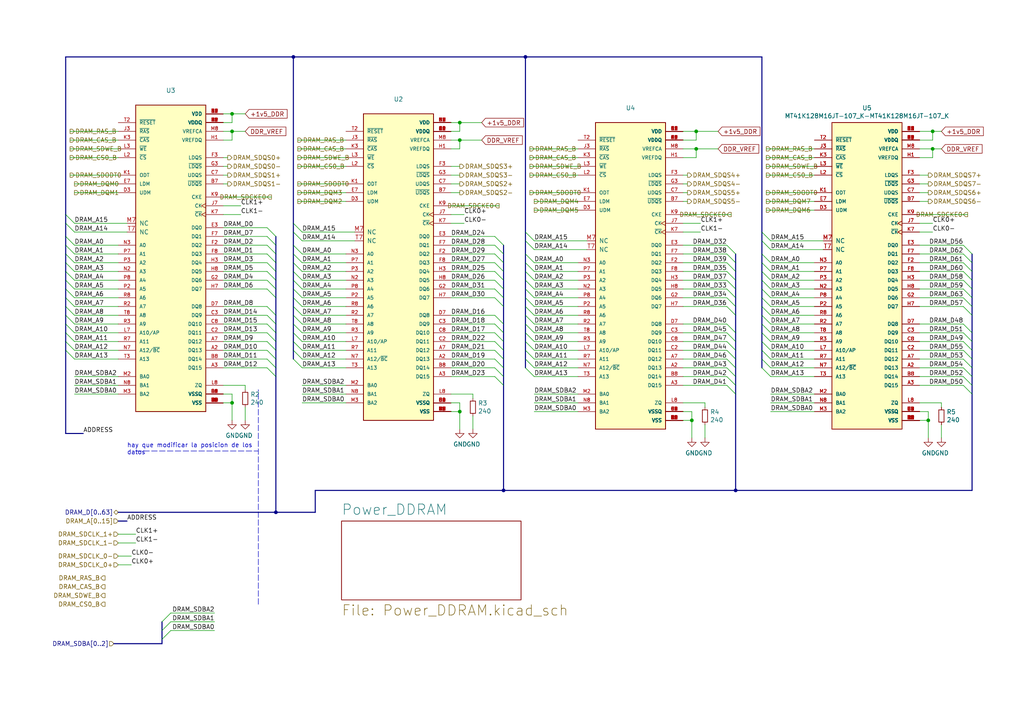
<source format=kicad_sch>
(kicad_sch (version 20211123) (generator eeschema)
  (paper "A4")
  (lib_symbols
    (symbol "IMXDesign-rescue:GND-power" (power) (pin_names (offset 0))
      (property "Value" "GND-power" (at 0 -3.81 0))
      (symbol "GND-power_1_1"
        (pin power_in line (at 0 0 270) (length 0) hide (name "GND") (number "1"))
      )
    )
    (symbol "IMXDesign-rescue:MT41K128M16JT-107_K-MT41K128M16JT-107_K" (pin_names (offset 1.016))
      (property "Reference" "U" (at -10.1854 48.3616 0))
      (property "Value" "MT41K128M16JT-107_K-MT41K128M16JT-107_K" (at -10.1854 -43.2816 0))
      (symbol "MT41K128M16JT-107_K-MT41K128M16JT-107_K_0_0"
        (pin power_in line (at 15.24 43.18 180) (length 5.08) (name "VDDQ") (number "A1"))
        (pin bidirectional line (at 15.24 -22.86 180) (length 5.08) (name "DQ13") (number "A2"))
        (pin bidirectional line (at 15.24 -27.94 180) (length 5.08) (name "DQ15") (number "A3"))
        (pin bidirectional line (at 15.24 -20.32 180) (length 5.08) (name "DQ12") (number "A7"))
        (pin power_in line (at 15.24 43.18 180) (length 5.08) (name "VDDQ") (number "A8"))
        (pin passive line (at 15.24 -38.1 180) (length 5.08) (name "VSS") (number "A9"))
        (pin passive line (at 15.24 -35.56 180) (length 5.08) (name "VSSQ") (number "B1"))
        (pin power_in line (at 15.24 45.72 180) (length 5.08) (name "VDD") (number "B2"))
        (pin passive line (at 15.24 -38.1 180) (length 5.08) (name "VSS") (number "B3"))
        (pin bidirectional line (at 15.24 25.4 180) (length 5.08) (name "~{UDQS}") (number "B7"))
        (pin bidirectional line (at 15.24 -25.4 180) (length 5.08) (name "DQ14") (number "B8"))
        (pin passive line (at 15.24 -35.56 180) (length 5.08) (name "VSSQ") (number "B9"))
        (pin power_in line (at 15.24 43.18 180) (length 5.08) (name "VDDQ") (number "C1"))
        (pin bidirectional line (at 15.24 -17.78 180) (length 5.08) (name "DQ11") (number "C2"))
        (pin bidirectional line (at 15.24 -12.7 180) (length 5.08) (name "DQ9") (number "C3"))
        (pin bidirectional line (at 15.24 27.94 180) (length 5.08) (name "UDQS") (number "C7"))
        (pin bidirectional line (at 15.24 -15.24 180) (length 5.08) (name "DQ10") (number "C8"))
        (pin power_in line (at 15.24 43.18 180) (length 5.08) (name "VDDQ") (number "C9"))
        (pin passive line (at 15.24 -35.56 180) (length 5.08) (name "VSSQ") (number "D1"))
        (pin power_in line (at 15.24 43.18 180) (length 5.08) (name "VDDQ") (number "D2"))
        (pin input line (at -15.24 22.86 0) (length 5.08) (name "UDM") (number "D3"))
        (pin bidirectional line (at 15.24 -10.16 180) (length 5.08) (name "DQ8") (number "D7"))
        (pin passive line (at 15.24 -35.56 180) (length 5.08) (name "VSSQ") (number "D8"))
        (pin power_in line (at 15.24 45.72 180) (length 5.08) hide (name "VDD") (number "D9"))
        (pin passive line (at 15.24 -38.1 180) (length 5.08) (name "VSS") (number "E1"))
        (pin passive line (at 15.24 -35.56 180) (length 5.08) (name "VSSQ") (number "E2"))
        (pin bidirectional line (at 15.24 12.7 180) (length 5.08) (name "DQ0") (number "E3"))
        (pin input line (at -15.24 25.4 0) (length 5.08) (name "LDM") (number "E7"))
        (pin passive line (at 15.24 -35.56 180) (length 5.08) (name "VSSQ") (number "E8"))
        (pin power_in line (at 15.24 43.18 180) (length 5.08) (name "VDDQ") (number "E9"))
        (pin power_in line (at 15.24 43.18 180) (length 5.08) (name "VDDQ") (number "F1"))
        (pin bidirectional line (at 15.24 7.62 180) (length 5.08) (name "DQ2") (number "F2"))
        (pin bidirectional line (at 15.24 33.02 180) (length 5.08) (name "LDQS") (number "F3"))
        (pin bidirectional line (at 15.24 10.16 180) (length 5.08) (name "DQ1") (number "F7"))
        (pin bidirectional line (at 15.24 5.08 180) (length 5.08) (name "DQ3") (number "F8"))
        (pin passive line (at 15.24 -35.56 180) (length 5.08) (name "VSSQ") (number "F9"))
        (pin passive line (at 15.24 -35.56 180) (length 5.08) (name "VSSQ") (number "G1"))
        (pin bidirectional line (at 15.24 -2.54 180) (length 5.08) (name "DQ6") (number "G2"))
        (pin bidirectional line (at 15.24 30.48 180) (length 5.08) (name "~{LDQS}") (number "G3"))
        (pin power_in line (at 15.24 45.72 180) (length 5.08) (name "VDD") (number "G7"))
        (pin passive line (at 15.24 -38.1 180) (length 5.08) (name "VSS") (number "G8"))
        (pin passive line (at 15.24 -35.56 180) (length 5.08) (name "VSSQ") (number "G9"))
        (pin power_in line (at 15.24 38.1 180) (length 5.08) (name "VREFDQ") (number "H1"))
        (pin power_in line (at 15.24 43.18 180) (length 5.08) (name "VDDQ") (number "H2"))
        (pin bidirectional line (at 15.24 2.54 180) (length 5.08) (name "DQ4") (number "H3"))
        (pin bidirectional line (at 15.24 -5.08 180) (length 5.08) (name "DQ7") (number "H7"))
        (pin bidirectional line (at 15.24 0 180) (length 5.08) (name "DQ5") (number "H8"))
        (pin power_in line (at 15.24 43.18 180) (length 5.08) (name "VDDQ") (number "H9"))
        (pin passive line (at 15.24 -38.1 180) (length 5.08) (name "VSS") (number "J2"))
        (pin input line (at -15.24 40.64 0) (length 5.08) (name "~{RAS}") (number "J3"))
        (pin input clock (at 15.24 19.05 180) (length 5.08) (name "CK") (number "J7"))
        (pin passive line (at 15.24 -38.1 180) (length 5.08) (name "VSS") (number "J8"))
        (pin input line (at -15.24 27.94 0) (length 5.08) (name "ODT") (number "K1"))
        (pin power_in line (at 15.24 45.72 180) (length 5.08) (name "VDD") (number "K2"))
        (pin input line (at -15.24 38.1 0) (length 5.08) (name "~{CAS}") (number "K3"))
        (pin input clock (at 15.24 16.51 180) (length 5.08) (name "~{CK}") (number "K7"))
        (pin power_in line (at 15.24 45.72 180) (length 5.08) (name "VDD") (number "K8"))
        (pin input line (at 15.24 21.59 180) (length 5.08) (name "CKE") (number "K9"))
        (pin input line (at -15.24 33.02 0) (length 5.08) (name "~{CS}") (number "L2"))
        (pin input line (at -15.24 35.56 0) (length 5.08) (name "~{WE}") (number "L3"))
        (pin input line (at -15.24 -17.78 0) (length 5.08) (name "A10/AP") (number "L7"))
        (pin passive line (at 15.24 -33.02 180) (length 5.08) (name "ZQ") (number "L8"))
        (pin passive line (at 15.24 -38.1 180) (length 5.08) (name "VSS") (number "M1"))
        (pin input line (at -15.24 -30.48 0) (length 5.08) (name "BA0") (number "M2"))
        (pin input line (at -15.24 -35.56 0) (length 5.08) (name "BA2") (number "M3"))
        (pin power_in line (at 15.24 40.64 180) (length 5.08) (name "VREFCA") (number "M8"))
        (pin passive line (at 15.24 -38.1 180) (length 5.08) (name "VSS") (number "M9"))
        (pin power_in line (at 15.24 45.72 180) (length 5.08) (name "VDD") (number "N1"))
        (pin input line (at -15.24 0 0) (length 5.08) (name "A3") (number "N2"))
        (pin input line (at -15.24 7.62 0) (length 5.08) (name "A0") (number "N3"))
        (pin input line (at -15.24 -22.86 0) (length 5.08) (name "A12/~{BC}") (number "N7"))
        (pin input line (at -15.24 -33.02 0) (length 5.08) (name "BA1") (number "N8"))
        (pin power_in line (at 15.24 45.72 180) (length 5.08) (name "VDD") (number "N9"))
        (pin passive line (at 15.24 -38.1 180) (length 5.08) (name "VSS") (number "P1"))
        (pin input line (at -15.24 -5.08 0) (length 5.08) (name "A5") (number "P2"))
        (pin input line (at -15.24 2.54 0) (length 5.08) (name "A2") (number "P3"))
        (pin input line (at -15.24 5.08 0) (length 5.08) (name "A1") (number "P7"))
        (pin input line (at -15.24 -2.54 0) (length 5.08) (name "A4") (number "P8"))
        (pin passive line (at 15.24 -38.1 180) (length 5.08) (name "VSS") (number "P9"))
        (pin power_in line (at 15.24 45.72 180) (length 5.08) (name "VDD") (number "R1"))
        (pin input line (at -15.24 -10.16 0) (length 5.08) (name "A7") (number "R2"))
        (pin input line (at -15.24 -15.24 0) (length 5.08) (name "A9") (number "R3"))
        (pin input line (at -15.24 -20.32 0) (length 5.08) (name "A11") (number "R7"))
        (pin input line (at -15.24 -7.62 0) (length 5.08) (name "A6") (number "R8"))
        (pin power_in line (at 15.24 45.72 180) (length 5.08) (name "VDD") (number "R9"))
        (pin passive line (at 15.24 -38.1 180) (length 5.08) (name "VSS") (number "T1"))
        (pin input line (at -15.24 43.18 0) (length 5.08) (name "~{RESET}") (number "T2"))
        (pin input line (at -15.24 -25.4 0) (length 5.08) (name "A13") (number "T3"))
        (pin input line (at -15.24 -12.7 0) (length 5.08) (name "A8") (number "T8"))
        (pin passive line (at 15.24 -38.1 180) (length 5.08) (name "VSS") (number "T9"))
      )
      (symbol "MT41K128M16JT-107_K-MT41K128M16JT-107_K_1_1"
        (pin input line (at -12.7 13.97 0) (length 2.54) (name "NC") (number "M7"))
        (pin input line (at -12.7 11.43 0) (length 2.54) (name "NC") (number "T7"))
      )
    )
    (symbol "IMXDesign-rescue:R_Small-Device" (pin_numbers hide) (pin_names (offset 0.254) hide)
      (property "Reference" "R" (at 0.762 0.508 0))
      (property "Value" "R_Small-Device" (at 0.762 -1.016 0))
      (symbol "R_Small-Device_1_1"
        (pin passive line (at 0 2.54 270) (length 0.762) (name "~") (number "1"))
        (pin passive line (at 0 -2.54 90) (length 0.762) (name "~") (number "2"))
      )
    )
  )
  (junction (at 80.01 148.59))
  (junction (at 67.31 33.02))
  (junction (at 270.51 43.18))
  (junction (at 201.93 38.1))
  (junction (at 213.36 142.24))
  (junction (at 201.93 43.18))
  (junction (at 152.4 16.51))
  (junction (at 200.66 121.92))
  (junction (at 67.31 38.1))
  (junction (at 269.24 121.92))
  (junction (at 133.35 35.56))
  (junction (at 133.35 40.64))
  (junction (at 133.35 119.38))
  (junction (at 270.51 38.1))
  (junction (at 85.09 16.51))
  (junction (at 67.31 116.84))
  (junction (at 146.05 142.24))
  (bus_entry (at 210.82 83.82) (size 2.54 2.54))
  (bus_entry (at 21.59 96.52) (size -2.54 -2.54))
  (bus_entry (at 21.59 81.28) (size -2.54 -2.54))
  (bus_entry (at 210.82 81.28) (size 2.54 2.54))
  (bus_entry (at 279.4 78.74) (size 2.54 2.54))
  (bus_entry (at 143.51 101.6) (size 2.54 2.54))
  (bus_entry (at 223.52 109.22) (size -2.54 -2.54))
  (bus_entry (at 154.94 93.98) (size -2.54 -2.54))
  (bus_entry (at 87.63 73.66) (size -2.54 -2.54))
  (bus_entry (at 143.51 78.74) (size 2.54 2.54))
  (bus_entry (at 77.47 88.9) (size 2.54 2.54))
  (bus_entry (at 87.63 91.44) (size -2.54 -2.54))
  (bus_entry (at 279.4 104.14) (size 2.54 2.54))
  (bus_entry (at 77.47 68.58) (size 2.54 2.54))
  (bus_entry (at 49.53 180.34) (size -2.54 2.54))
  (bus_entry (at 77.47 93.98) (size 2.54 2.54))
  (bus_entry (at 77.47 66.04) (size 2.54 2.54))
  (bus_entry (at 154.94 81.28) (size -2.54 -2.54))
  (bus_entry (at 279.4 96.52) (size 2.54 2.54))
  (bus_entry (at 143.51 81.28) (size 2.54 2.54))
  (bus_entry (at 223.52 104.14) (size -2.54 -2.54))
  (bus_entry (at 87.63 101.6) (size -2.54 -2.54))
  (bus_entry (at 223.52 106.68) (size -2.54 -2.54))
  (bus_entry (at 279.4 71.12) (size 2.54 2.54))
  (bus_entry (at 210.82 78.74) (size 2.54 2.54))
  (bus_entry (at 77.47 83.82) (size 2.54 2.54))
  (bus_entry (at 49.53 177.8) (size -2.54 2.54))
  (bus_entry (at 21.59 99.06) (size -2.54 -2.54))
  (bus_entry (at 154.94 96.52) (size -2.54 -2.54))
  (bus_entry (at 223.52 101.6) (size -2.54 -2.54))
  (bus_entry (at 210.82 73.66) (size 2.54 2.54))
  (bus_entry (at 279.4 88.9) (size 2.54 2.54))
  (bus_entry (at 21.59 71.12) (size -2.54 -2.54))
  (bus_entry (at 143.51 86.36) (size 2.54 2.54))
  (bus_entry (at 154.94 88.9) (size -2.54 -2.54))
  (bus_entry (at 143.51 73.66) (size 2.54 2.54))
  (bus_entry (at 154.94 78.74) (size -2.54 -2.54))
  (bus_entry (at 87.63 99.06) (size -2.54 -2.54))
  (bus_entry (at 87.63 76.2) (size -2.54 -2.54))
  (bus_entry (at 49.53 182.88) (size -2.54 2.54))
  (bus_entry (at 87.63 69.85) (size -2.54 -2.54))
  (bus_entry (at 143.51 104.14) (size 2.54 2.54))
  (bus_entry (at 279.4 86.36) (size 2.54 2.54))
  (bus_entry (at 21.59 93.98) (size -2.54 -2.54))
  (bus_entry (at 77.47 76.2) (size 2.54 2.54))
  (bus_entry (at 21.59 91.44) (size -2.54 -2.54))
  (bus_entry (at 21.59 73.66) (size -2.54 -2.54))
  (bus_entry (at 279.4 76.2) (size 2.54 2.54))
  (bus_entry (at 87.63 93.98) (size -2.54 -2.54))
  (bus_entry (at 77.47 91.44) (size 2.54 2.54))
  (bus_entry (at 143.51 109.22) (size 2.54 2.54))
  (bus_entry (at 87.63 88.9) (size -2.54 -2.54))
  (bus_entry (at 223.52 96.52) (size -2.54 -2.54))
  (bus_entry (at 154.94 101.6) (size -2.54 -2.54))
  (bus_entry (at 143.51 93.98) (size 2.54 2.54))
  (bus_entry (at 223.52 91.44) (size -2.54 -2.54))
  (bus_entry (at 77.47 96.52) (size 2.54 2.54))
  (bus_entry (at 143.51 91.44) (size 2.54 2.54))
  (bus_entry (at 87.63 104.14) (size -2.54 -2.54))
  (bus_entry (at 210.82 88.9) (size 2.54 2.54))
  (bus_entry (at 143.51 96.52) (size 2.54 2.54))
  (bus_entry (at 143.51 68.58) (size 2.54 2.54))
  (bus_entry (at 223.52 93.98) (size -2.54 -2.54))
  (bus_entry (at 223.52 72.39) (size -2.54 -2.54))
  (bus_entry (at 21.59 104.14) (size -2.54 -2.54))
  (bus_entry (at 210.82 106.68) (size 2.54 2.54))
  (bus_entry (at 21.59 88.9) (size -2.54 -2.54))
  (bus_entry (at 210.82 104.14) (size 2.54 2.54))
  (bus_entry (at 210.82 71.12) (size 2.54 2.54))
  (bus_entry (at 210.82 96.52) (size 2.54 2.54))
  (bus_entry (at 279.4 101.6) (size 2.54 2.54))
  (bus_entry (at 154.94 99.06) (size -2.54 -2.54))
  (bus_entry (at 154.94 69.85) (size -2.54 -2.54))
  (bus_entry (at 143.51 106.68) (size 2.54 2.54))
  (bus_entry (at 154.94 72.39) (size -2.54 -2.54))
  (bus_entry (at 210.82 109.22) (size 2.54 2.54))
  (bus_entry (at 77.47 99.06) (size 2.54 2.54))
  (bus_entry (at 143.51 76.2) (size 2.54 2.54))
  (bus_entry (at 279.4 109.22) (size 2.54 2.54))
  (bus_entry (at 223.52 78.74) (size -2.54 -2.54))
  (bus_entry (at 77.47 73.66) (size 2.54 2.54))
  (bus_entry (at 154.94 76.2) (size -2.54 -2.54))
  (bus_entry (at 279.4 73.66) (size 2.54 2.54))
  (bus_entry (at 87.63 106.68) (size -2.54 -2.54))
  (bus_entry (at 77.47 81.28) (size 2.54 2.54))
  (bus_entry (at 223.52 81.28) (size -2.54 -2.54))
  (bus_entry (at 143.51 71.12) (size 2.54 2.54))
  (bus_entry (at 87.63 86.36) (size -2.54 -2.54))
  (bus_entry (at 210.82 99.06) (size 2.54 2.54))
  (bus_entry (at 223.52 83.82) (size -2.54 -2.54))
  (bus_entry (at 279.4 111.76) (size 2.54 2.54))
  (bus_entry (at 223.52 69.85) (size -2.54 -2.54))
  (bus_entry (at 154.94 104.14) (size -2.54 -2.54))
  (bus_entry (at 154.94 106.68) (size -2.54 -2.54))
  (bus_entry (at 87.63 67.31) (size -2.54 -2.54))
  (bus_entry (at 279.4 81.28) (size 2.54 2.54))
  (bus_entry (at 87.63 78.74) (size -2.54 -2.54))
  (bus_entry (at 77.47 101.6) (size 2.54 2.54))
  (bus_entry (at 223.52 76.2) (size -2.54 -2.54))
  (bus_entry (at 210.82 93.98) (size 2.54 2.54))
  (bus_entry (at 77.47 71.12) (size 2.54 2.54))
  (bus_entry (at 21.59 78.74) (size -2.54 -2.54))
  (bus_entry (at 87.63 81.28) (size -2.54 -2.54))
  (bus_entry (at 279.4 93.98) (size 2.54 2.54))
  (bus_entry (at 21.59 86.36) (size -2.54 -2.54))
  (bus_entry (at 223.52 86.36) (size -2.54 -2.54))
  (bus_entry (at 210.82 76.2) (size 2.54 2.54))
  (bus_entry (at 223.52 99.06) (size -2.54 -2.54))
  (bus_entry (at 279.4 83.82) (size 2.54 2.54))
  (bus_entry (at 21.59 64.77) (size -2.54 -2.54))
  (bus_entry (at 154.94 109.22) (size -2.54 -2.54))
  (bus_entry (at 21.59 67.31) (size -2.54 -2.54))
  (bus_entry (at 143.51 83.82) (size 2.54 2.54))
  (bus_entry (at 210.82 101.6) (size 2.54 2.54))
  (bus_entry (at 87.63 96.52) (size -2.54 -2.54))
  (bus_entry (at 210.82 86.36) (size 2.54 2.54))
  (bus_entry (at 21.59 101.6) (size -2.54 -2.54))
  (bus_entry (at 87.63 83.82) (size -2.54 -2.54))
  (bus_entry (at 154.94 86.36) (size -2.54 -2.54))
  (bus_entry (at 223.52 88.9) (size -2.54 -2.54))
  (bus_entry (at 77.47 78.74) (size 2.54 2.54))
  (bus_entry (at 77.47 104.14) (size 2.54 2.54))
  (bus_entry (at 154.94 91.44) (size -2.54 -2.54))
  (bus_entry (at 77.47 106.68) (size 2.54 2.54))
  (bus_entry (at 21.59 76.2) (size -2.54 -2.54))
  (bus_entry (at 210.82 111.76) (size 2.54 2.54))
  (bus_entry (at 21.59 83.82) (size -2.54 -2.54))
  (bus_entry (at 143.51 99.06) (size 2.54 2.54))
  (bus_entry (at 154.94 83.82) (size -2.54 -2.54))
  (bus_entry (at 279.4 99.06) (size 2.54 2.54))
  (bus_entry (at 279.4 106.68) (size 2.54 2.54))
  (bus (pts (xy 85.09 67.31) (xy 85.09 71.12)))
  (wire (pts (xy 64.77 38.1) (xy 67.31 38.1)))
  (wire (pts (xy 87.63 69.85) (xy 102.87 69.85)))
  (bus (pts (xy 146.05 73.66) (xy 146.05 76.2)))
  (wire (pts (xy 66.04 53.34) (xy 64.77 53.34)))
  (wire (pts (xy 130.81 64.77) (xy 134.62 64.77)))
  (wire (pts (xy 143.51 109.22) (xy 130.81 109.22)))
  (wire (pts (xy 143.51 86.36) (xy 130.81 86.36)))
  (wire (pts (xy 236.22 83.82) (xy 223.52 83.82)))
  (wire (pts (xy 21.59 67.31) (xy 36.83 67.31)))
  (wire (pts (xy 20.32 50.8) (xy 34.29 50.8)))
  (bus (pts (xy 213.36 81.28) (xy 213.36 83.82)))
  (wire (pts (xy 34.29 157.48) (xy 39.37 157.48)))
  (bus (pts (xy 46.99 186.69) (xy 33.02 186.69)))
  (wire (pts (xy 34.29 83.82) (xy 21.59 83.82)))
  (bus (pts (xy 80.01 71.12) (xy 80.01 73.66)))
  (wire (pts (xy 167.64 109.22) (xy 154.94 109.22)))
  (bus (pts (xy 146.05 71.12) (xy 146.05 73.66)))
  (wire (pts (xy 133.35 40.64) (xy 133.35 43.18)))
  (wire (pts (xy 167.64 58.42) (xy 154.94 58.42)))
  (bus (pts (xy 85.09 86.36) (xy 85.09 88.9)))
  (wire (pts (xy 270.51 38.1) (xy 270.51 40.64)))
  (wire (pts (xy 198.12 81.28) (xy 210.82 81.28)))
  (wire (pts (xy 269.24 53.34) (xy 266.7 53.34)))
  (bus (pts (xy 213.36 111.76) (xy 213.36 114.3)))
  (bus (pts (xy 146.05 86.36) (xy 146.05 88.9)))
  (bus (pts (xy 152.4 91.44) (xy 152.4 93.98)))
  (bus (pts (xy 146.05 99.06) (xy 146.05 101.6)))
  (wire (pts (xy 198.12 71.12) (xy 210.82 71.12)))
  (bus (pts (xy 19.05 16.51) (xy 19.05 62.23)))
  (wire (pts (xy 143.51 104.14) (xy 130.81 104.14)))
  (bus (pts (xy 152.4 16.51) (xy 152.4 67.31)))
  (bus (pts (xy 80.01 148.59) (xy 91.44 148.59)))
  (wire (pts (xy 100.33 88.9) (xy 87.63 88.9)))
  (wire (pts (xy 67.31 116.84) (xy 67.31 114.3)))
  (wire (pts (xy 100.33 101.6) (xy 87.63 101.6)))
  (wire (pts (xy 198.12 73.66) (xy 210.82 73.66)))
  (wire (pts (xy 273.05 116.84) (xy 273.05 118.11)))
  (wire (pts (xy 100.33 114.3) (xy 87.63 114.3)))
  (wire (pts (xy 201.93 38.1) (xy 201.93 40.64)))
  (wire (pts (xy 266.7 71.12) (xy 279.4 71.12)))
  (wire (pts (xy 266.7 106.68) (xy 279.4 106.68)))
  (wire (pts (xy 86.36 43.18) (xy 100.33 43.18)))
  (bus (pts (xy 220.98 73.66) (xy 220.98 76.2)))
  (bus (pts (xy 213.36 96.52) (xy 213.36 99.06)))
  (bus (pts (xy 213.36 83.82) (xy 213.36 86.36)))
  (polyline (pts (xy 39.37 130.81) (xy 74.93 130.81)))
  (wire (pts (xy 143.51 76.2) (xy 130.81 76.2)))
  (bus (pts (xy 213.36 104.14) (xy 213.36 106.68)))
  (bus (pts (xy 152.4 73.66) (xy 152.4 76.2)))
  (wire (pts (xy 133.35 119.38) (xy 133.35 116.84)))
  (bus (pts (xy 220.98 96.52) (xy 220.98 99.06)))
  (bus (pts (xy 146.05 109.22) (xy 146.05 111.76)))
  (wire (pts (xy 100.33 81.28) (xy 87.63 81.28)))
  (bus (pts (xy 146.05 104.14) (xy 146.05 106.68)))
  (wire (pts (xy 77.47 106.68) (xy 64.77 106.68)))
  (wire (pts (xy 71.12 118.11) (xy 71.12 121.92)))
  (wire (pts (xy 100.33 76.2) (xy 87.63 76.2)))
  (bus (pts (xy 34.29 151.13) (xy 36.83 151.13)))
  (bus (pts (xy 281.94 88.9) (xy 281.94 91.44)))
  (wire (pts (xy 266.7 81.28) (xy 279.4 81.28)))
  (wire (pts (xy 77.47 88.9) (xy 64.77 88.9)))
  (bus (pts (xy 19.05 93.98) (xy 19.05 96.52)))
  (bus (pts (xy 220.98 16.51) (xy 220.98 67.31)))
  (wire (pts (xy 236.22 104.14) (xy 223.52 104.14)))
  (bus (pts (xy 19.05 96.52) (xy 19.05 99.06)))
  (wire (pts (xy 133.35 116.84) (xy 130.81 116.84)))
  (wire (pts (xy 266.7 50.8) (xy 269.24 50.8)))
  (wire (pts (xy 130.81 35.56) (xy 133.35 35.56)))
  (bus (pts (xy 213.36 86.36) (xy 213.36 88.9)))
  (wire (pts (xy 133.35 43.18) (xy 130.81 43.18)))
  (wire (pts (xy 20.32 40.64) (xy 34.29 40.64)))
  (wire (pts (xy 167.64 78.74) (xy 154.94 78.74)))
  (bus (pts (xy 281.94 99.06) (xy 281.94 101.6)))
  (bus (pts (xy 19.05 88.9) (xy 19.05 91.44)))
  (wire (pts (xy 153.67 48.26) (xy 167.64 48.26)))
  (wire (pts (xy 236.22 93.98) (xy 223.52 93.98)))
  (bus (pts (xy 152.4 93.98) (xy 152.4 96.52)))
  (bus (pts (xy 146.05 142.24) (xy 213.36 142.24)))
  (bus (pts (xy 85.09 73.66) (xy 85.09 76.2)))
  (wire (pts (xy 64.77 50.8) (xy 66.04 50.8)))
  (wire (pts (xy 21.59 53.34) (xy 34.29 53.34)))
  (wire (pts (xy 167.64 91.44) (xy 154.94 91.44)))
  (wire (pts (xy 64.77 48.26) (xy 66.04 48.26)))
  (wire (pts (xy 34.29 101.6) (xy 21.59 101.6)))
  (wire (pts (xy 67.31 35.56) (xy 64.77 35.56)))
  (wire (pts (xy 266.7 109.22) (xy 279.4 109.22)))
  (wire (pts (xy 143.51 73.66) (xy 130.81 73.66)))
  (wire (pts (xy 200.66 119.38) (xy 198.12 119.38)))
  (bus (pts (xy 85.09 71.12) (xy 85.09 73.66)))
  (wire (pts (xy 34.29 163.83) (xy 38.1 163.83)))
  (wire (pts (xy 270.51 45.72) (xy 266.7 45.72)))
  (bus (pts (xy 85.09 16.51) (xy 152.4 16.51)))
  (bus (pts (xy 213.36 109.22) (xy 213.36 111.76)))
  (wire (pts (xy 86.36 53.34) (xy 100.33 53.34)))
  (wire (pts (xy 266.7 116.84) (xy 273.05 116.84)))
  (bus (pts (xy 19.05 101.6) (xy 19.05 125.73)))
  (bus (pts (xy 85.09 88.9) (xy 85.09 91.44)))
  (bus (pts (xy 152.4 67.31) (xy 152.4 69.85)))
  (wire (pts (xy 167.64 106.68) (xy 154.94 106.68)))
  (bus (pts (xy 146.05 111.76) (xy 146.05 142.24)))
  (wire (pts (xy 143.51 68.58) (xy 130.81 68.58)))
  (wire (pts (xy 133.35 119.38) (xy 133.35 124.46)))
  (wire (pts (xy 167.64 99.06) (xy 154.94 99.06)))
  (wire (pts (xy 34.29 88.9) (xy 21.59 88.9)))
  (wire (pts (xy 167.64 93.98) (xy 154.94 93.98)))
  (bus (pts (xy 19.05 68.58) (xy 19.05 71.12)))
  (wire (pts (xy 154.94 72.39) (xy 170.18 72.39)))
  (wire (pts (xy 201.93 45.72) (xy 198.12 45.72)))
  (wire (pts (xy 204.47 123.19) (xy 204.47 127)))
  (bus (pts (xy 80.01 81.28) (xy 80.01 83.82)))
  (bus (pts (xy 19.05 76.2) (xy 19.05 78.74)))
  (wire (pts (xy 34.29 86.36) (xy 21.59 86.36)))
  (bus (pts (xy 220.98 69.85) (xy 220.98 73.66)))
  (wire (pts (xy 199.39 58.42) (xy 198.12 58.42)))
  (bus (pts (xy 152.4 104.14) (xy 152.4 106.68)))
  (bus (pts (xy 281.94 83.82) (xy 281.94 86.36)))
  (wire (pts (xy 269.24 58.42) (xy 266.7 58.42)))
  (bus (pts (xy 281.94 86.36) (xy 281.94 88.9)))
  (bus (pts (xy 220.98 86.36) (xy 220.98 88.9)))
  (wire (pts (xy 236.22 101.6) (xy 223.52 101.6)))
  (polyline (pts (xy 74.93 175.26) (xy 74.93 113.03)))
  (wire (pts (xy 236.22 106.68) (xy 223.52 106.68)))
  (bus (pts (xy 85.09 64.77) (xy 85.09 67.31)))
  (wire (pts (xy 167.64 76.2) (xy 154.94 76.2)))
  (bus (pts (xy 220.98 83.82) (xy 220.98 86.36)))
  (wire (pts (xy 236.22 78.74) (xy 223.52 78.74)))
  (wire (pts (xy 273.05 43.18) (xy 270.51 43.18)))
  (bus (pts (xy 220.98 81.28) (xy 220.98 83.82)))
  (bus (pts (xy 19.05 16.51) (xy 85.09 16.51)))
  (wire (pts (xy 266.7 67.31) (xy 270.51 67.31)))
  (bus (pts (xy 213.36 76.2) (xy 213.36 78.74)))
  (bus (pts (xy 220.98 99.06) (xy 220.98 101.6)))
  (bus (pts (xy 281.94 114.3) (xy 281.94 142.24)))
  (wire (pts (xy 137.16 120.65) (xy 137.16 124.46)))
  (bus (pts (xy 220.98 88.9) (xy 220.98 91.44)))
  (wire (pts (xy 167.64 88.9) (xy 154.94 88.9)))
  (bus (pts (xy 213.36 114.3) (xy 213.36 142.24)))
  (wire (pts (xy 67.31 38.1) (xy 67.31 40.64)))
  (bus (pts (xy 80.01 106.68) (xy 80.01 109.22)))
  (bus (pts (xy 91.44 142.24) (xy 146.05 142.24)))
  (wire (pts (xy 100.33 111.76) (xy 87.63 111.76)))
  (wire (pts (xy 77.47 99.06) (xy 64.77 99.06)))
  (wire (pts (xy 198.12 109.22) (xy 210.82 109.22)))
  (wire (pts (xy 236.22 88.9) (xy 223.52 88.9)))
  (wire (pts (xy 280.67 62.23) (xy 266.7 62.23)))
  (wire (pts (xy 236.22 91.44) (xy 223.52 91.44)))
  (wire (pts (xy 167.64 101.6) (xy 154.94 101.6)))
  (wire (pts (xy 71.12 111.76) (xy 71.12 113.03)))
  (wire (pts (xy 266.7 93.98) (xy 279.4 93.98)))
  (wire (pts (xy 198.12 96.52) (xy 210.82 96.52)))
  (wire (pts (xy 143.51 99.06) (xy 130.81 99.06)))
  (bus (pts (xy 152.4 96.52) (xy 152.4 99.06)))
  (bus (pts (xy 152.4 101.6) (xy 152.4 104.14)))
  (bus (pts (xy 80.01 96.52) (xy 80.01 99.06)))
  (wire (pts (xy 67.31 114.3) (xy 64.77 114.3)))
  (wire (pts (xy 100.33 91.44) (xy 87.63 91.44)))
  (wire (pts (xy 266.7 101.6) (xy 279.4 101.6)))
  (wire (pts (xy 133.35 40.64) (xy 139.7 40.64)))
  (wire (pts (xy 270.51 43.18) (xy 270.51 45.72)))
  (wire (pts (xy 198.12 121.92) (xy 200.66 121.92)))
  (bus (pts (xy 281.94 73.66) (xy 281.94 76.2)))
  (wire (pts (xy 236.22 119.38) (xy 223.52 119.38)))
  (bus (pts (xy 281.94 96.52) (xy 281.94 99.06)))
  (wire (pts (xy 77.47 73.66) (xy 64.77 73.66)))
  (wire (pts (xy 153.67 55.88) (xy 167.64 55.88)))
  (wire (pts (xy 222.25 48.26) (xy 236.22 48.26)))
  (wire (pts (xy 236.22 114.3) (xy 223.52 114.3)))
  (wire (pts (xy 269.24 119.38) (xy 266.7 119.38)))
  (bus (pts (xy 80.01 93.98) (xy 80.01 96.52)))
  (wire (pts (xy 86.36 40.64) (xy 100.33 40.64)))
  (wire (pts (xy 266.7 104.14) (xy 279.4 104.14)))
  (wire (pts (xy 133.35 38.1) (xy 130.81 38.1)))
  (bus (pts (xy 19.05 73.66) (xy 19.05 76.2)))
  (wire (pts (xy 198.12 101.6) (xy 210.82 101.6)))
  (bus (pts (xy 146.05 106.68) (xy 146.05 109.22)))
  (wire (pts (xy 269.24 121.92) (xy 269.24 127)))
  (wire (pts (xy 77.47 91.44) (xy 64.77 91.44)))
  (wire (pts (xy 143.51 93.98) (xy 130.81 93.98)))
  (wire (pts (xy 222.25 43.18) (xy 236.22 43.18)))
  (wire (pts (xy 167.64 81.28) (xy 154.94 81.28)))
  (wire (pts (xy 100.33 78.74) (xy 87.63 78.74)))
  (bus (pts (xy 80.01 104.14) (xy 80.01 106.68)))
  (bus (pts (xy 152.4 78.74) (xy 152.4 81.28)))
  (wire (pts (xy 86.36 45.72) (xy 100.33 45.72)))
  (wire (pts (xy 143.51 71.12) (xy 130.81 71.12)))
  (wire (pts (xy 198.12 116.84) (xy 204.47 116.84)))
  (wire (pts (xy 86.36 55.88) (xy 100.33 55.88)))
  (wire (pts (xy 198.12 83.82) (xy 210.82 83.82)))
  (wire (pts (xy 201.93 43.18) (xy 208.28 43.18)))
  (bus (pts (xy 80.01 86.36) (xy 80.01 91.44)))
  (wire (pts (xy 266.7 64.77) (xy 270.51 64.77)))
  (wire (pts (xy 64.77 45.72) (xy 66.04 45.72)))
  (bus (pts (xy 213.36 88.9) (xy 213.36 91.44)))
  (wire (pts (xy 153.67 45.72) (xy 167.64 45.72)))
  (bus (pts (xy 85.09 78.74) (xy 85.09 81.28)))
  (wire (pts (xy 200.66 121.92) (xy 200.66 119.38)))
  (wire (pts (xy 236.22 81.28) (xy 223.52 81.28)))
  (wire (pts (xy 20.32 38.1) (xy 34.29 38.1)))
  (wire (pts (xy 167.64 114.3) (xy 154.94 114.3)))
  (bus (pts (xy 213.36 78.74) (xy 213.36 81.28)))
  (wire (pts (xy 77.47 71.12) (xy 64.77 71.12)))
  (bus (pts (xy 146.05 96.52) (xy 146.05 99.06)))
  (wire (pts (xy 201.93 43.18) (xy 201.93 45.72)))
  (wire (pts (xy 198.12 76.2) (xy 210.82 76.2)))
  (bus (pts (xy 80.01 91.44) (xy 80.01 93.98)))
  (wire (pts (xy 223.52 72.39) (xy 238.76 72.39)))
  (bus (pts (xy 220.98 104.14) (xy 220.98 106.68)))
  (wire (pts (xy 34.29 96.52) (xy 21.59 96.52)))
  (bus (pts (xy 19.05 99.06) (xy 19.05 101.6)))
  (wire (pts (xy 273.05 123.19) (xy 273.05 127)))
  (wire (pts (xy 77.47 104.14) (xy 64.77 104.14)))
  (wire (pts (xy 199.39 55.88) (xy 198.12 55.88)))
  (wire (pts (xy 143.51 106.68) (xy 130.81 106.68)))
  (bus (pts (xy 281.94 104.14) (xy 281.94 106.68)))
  (bus (pts (xy 19.05 71.12) (xy 19.05 73.66)))
  (wire (pts (xy 198.12 111.76) (xy 210.82 111.76)))
  (wire (pts (xy 67.31 40.64) (xy 64.77 40.64)))
  (wire (pts (xy 67.31 116.84) (xy 67.31 121.92)))
  (bus (pts (xy 19.05 62.23) (xy 19.05 64.77)))
  (wire (pts (xy 67.31 38.1) (xy 71.12 38.1)))
  (wire (pts (xy 198.12 88.9) (xy 210.82 88.9)))
  (wire (pts (xy 198.12 99.06) (xy 210.82 99.06)))
  (wire (pts (xy 222.25 50.8) (xy 236.22 50.8)))
  (wire (pts (xy 266.7 83.82) (xy 279.4 83.82)))
  (wire (pts (xy 77.47 93.98) (xy 64.77 93.98)))
  (bus (pts (xy 19.05 91.44) (xy 19.05 93.98)))
  (wire (pts (xy 167.64 116.84) (xy 154.94 116.84)))
  (bus (pts (xy 85.09 16.51) (xy 85.09 64.77)))
  (wire (pts (xy 100.33 99.06) (xy 87.63 99.06)))
  (wire (pts (xy 130.81 48.26) (xy 133.35 48.26)))
  (bus (pts (xy 281.94 76.2) (xy 281.94 78.74)))
  (wire (pts (xy 133.35 50.8) (xy 130.81 50.8)))
  (wire (pts (xy 266.7 121.92) (xy 269.24 121.92)))
  (bus (pts (xy 80.01 73.66) (xy 80.01 76.2)))
  (bus (pts (xy 80.01 76.2) (xy 80.01 78.74)))
  (wire (pts (xy 34.29 71.12) (xy 21.59 71.12)))
  (bus (pts (xy 85.09 99.06) (xy 85.09 101.6)))
  (wire (pts (xy 130.81 62.23) (xy 134.62 62.23)))
  (wire (pts (xy 143.51 83.82) (xy 130.81 83.82)))
  (bus (pts (xy 146.05 78.74) (xy 146.05 81.28)))
  (wire (pts (xy 200.66 121.92) (xy 200.66 127)))
  (wire (pts (xy 198.12 67.31) (xy 203.2 67.31)))
  (bus (pts (xy 281.94 91.44) (xy 281.94 96.52)))
  (bus (pts (xy 146.05 83.82) (xy 146.05 86.36)))
  (wire (pts (xy 34.29 99.06) (xy 21.59 99.06)))
  (wire (pts (xy 64.77 62.23) (xy 69.85 62.23)))
  (bus (pts (xy 281.94 81.28) (xy 281.94 83.82)))
  (bus (pts (xy 146.05 81.28) (xy 146.05 83.82)))
  (bus (pts (xy 46.99 182.88) (xy 46.99 185.42)))
  (wire (pts (xy 236.22 116.84) (xy 223.52 116.84)))
  (wire (pts (xy 100.33 104.14) (xy 87.63 104.14)))
  (bus (pts (xy 152.4 88.9) (xy 152.4 91.44)))
  (wire (pts (xy 77.47 78.74) (xy 64.77 78.74)))
  (wire (pts (xy 64.77 33.02) (xy 67.31 33.02)))
  (wire (pts (xy 273.05 38.1) (xy 270.51 38.1)))
  (wire (pts (xy 266.7 99.06) (xy 279.4 99.06)))
  (wire (pts (xy 21.59 55.88) (xy 34.29 55.88)))
  (wire (pts (xy 236.22 99.06) (xy 223.52 99.06)))
  (wire (pts (xy 133.35 53.34) (xy 130.81 53.34)))
  (bus (pts (xy 220.98 67.31) (xy 220.98 69.85)))
  (wire (pts (xy 100.33 73.66) (xy 87.63 73.66)))
  (wire (pts (xy 167.64 96.52) (xy 154.94 96.52)))
  (wire (pts (xy 154.94 60.96) (xy 167.64 60.96)))
  (bus (pts (xy 19.05 83.82) (xy 19.05 86.36)))
  (wire (pts (xy 198.12 86.36) (xy 210.82 86.36)))
  (bus (pts (xy 19.05 64.77) (xy 19.05 68.58)))
  (wire (pts (xy 62.23 182.88) (xy 49.53 182.88)))
  (bus (pts (xy 213.36 73.66) (xy 213.36 76.2)))
  (wire (pts (xy 236.22 96.52) (xy 223.52 96.52)))
  (wire (pts (xy 130.81 119.38) (xy 133.35 119.38)))
  (bus (pts (xy 85.09 81.28) (xy 85.09 83.82)))
  (wire (pts (xy 62.23 180.34) (xy 49.53 180.34)))
  (bus (pts (xy 146.05 93.98) (xy 146.05 96.52)))
  (wire (pts (xy 199.39 53.34) (xy 198.12 53.34)))
  (wire (pts (xy 77.47 76.2) (xy 64.77 76.2)))
  (wire (pts (xy 133.35 35.56) (xy 133.35 38.1)))
  (wire (pts (xy 222.25 45.72) (xy 236.22 45.72)))
  (wire (pts (xy 266.7 96.52) (xy 279.4 96.52)))
  (bus (pts (xy 213.36 99.06) (xy 213.36 101.6)))
  (wire (pts (xy 87.63 67.31) (xy 102.87 67.31)))
  (bus (pts (xy 220.98 93.98) (xy 220.98 96.52)))
  (wire (pts (xy 86.36 58.42) (xy 100.33 58.42)))
  (bus (pts (xy 85.09 91.44) (xy 85.09 93.98)))
  (wire (pts (xy 201.93 40.64) (xy 198.12 40.64)))
  (wire (pts (xy 266.7 73.66) (xy 279.4 73.66)))
  (wire (pts (xy 34.29 154.94) (xy 39.37 154.94)))
  (wire (pts (xy 71.12 33.02) (xy 67.31 33.02)))
  (bus (pts (xy 46.99 185.42) (xy 46.99 186.69)))
  (wire (pts (xy 143.51 101.6) (xy 130.81 101.6)))
  (wire (pts (xy 198.12 106.68) (xy 210.82 106.68)))
  (wire (pts (xy 34.29 91.44) (xy 21.59 91.44)))
  (wire (pts (xy 62.23 177.8) (xy 49.53 177.8)))
  (wire (pts (xy 269.24 55.88) (xy 266.7 55.88)))
  (wire (pts (xy 236.22 86.36) (xy 223.52 86.36)))
  (bus (pts (xy 281.94 78.74) (xy 281.94 81.28)))
  (bus (pts (xy 281.94 106.68) (xy 281.94 109.22)))
  (wire (pts (xy 77.47 96.52) (xy 64.77 96.52)))
  (wire (pts (xy 20.32 45.72) (xy 34.29 45.72)))
  (bus (pts (xy 152.4 69.85) (xy 152.4 73.66)))
  (wire (pts (xy 198.12 78.74) (xy 210.82 78.74)))
  (bus (pts (xy 213.36 101.6) (xy 213.36 104.14)))
  (wire (pts (xy 198.12 64.77) (xy 203.2 64.77)))
  (wire (pts (xy 222.25 55.88) (xy 236.22 55.88)))
  (wire (pts (xy 67.31 33.02) (xy 67.31 35.56)))
  (wire (pts (xy 137.16 114.3) (xy 137.16 115.57)))
  (wire (pts (xy 201.93 38.1) (xy 208.28 38.1)))
  (bus (pts (xy 220.98 78.74) (xy 220.98 81.28)))
  (wire (pts (xy 222.25 60.96) (xy 236.22 60.96)))
  (wire (pts (xy 143.51 91.44) (xy 130.81 91.44)))
  (wire (pts (xy 266.7 111.76) (xy 279.4 111.76)))
  (bus (pts (xy 213.36 142.24) (xy 281.94 142.24)))
  (wire (pts (xy 236.22 76.2) (xy 223.52 76.2)))
  (wire (pts (xy 223.52 69.85) (xy 238.76 69.85)))
  (wire (pts (xy 266.7 38.1) (xy 270.51 38.1)))
  (bus (pts (xy 19.05 81.28) (xy 19.05 83.82)))
  (wire (pts (xy 34.29 73.66) (xy 21.59 73.66)))
  (wire (pts (xy 198.12 38.1) (xy 201.93 38.1)))
  (bus (pts (xy 46.99 180.34) (xy 46.99 182.88)))
  (bus (pts (xy 80.01 101.6) (xy 80.01 104.14)))
  (bus (pts (xy 146.05 101.6) (xy 146.05 104.14)))
  (wire (pts (xy 100.33 106.68) (xy 87.63 106.68)))
  (bus (pts (xy 152.4 83.82) (xy 152.4 86.36)))
  (wire (pts (xy 34.29 81.28) (xy 21.59 81.28)))
  (bus (pts (xy 152.4 81.28) (xy 152.4 83.82)))
  (wire (pts (xy 236.22 109.22) (xy 223.52 109.22)))
  (wire (pts (xy 77.47 101.6) (xy 64.77 101.6)))
  (bus (pts (xy 80.01 68.58) (xy 80.01 71.12)))
  (wire (pts (xy 34.29 93.98) (xy 21.59 93.98)))
  (bus (pts (xy 146.05 76.2) (xy 146.05 78.74)))
  (wire (pts (xy 100.33 83.82) (xy 87.63 83.82)))
  (bus (pts (xy 213.36 91.44) (xy 213.36 96.52)))
  (wire (pts (xy 153.67 50.8) (xy 167.64 50.8)))
  (bus (pts (xy 85.09 83.82) (xy 85.09 86.36)))
  (bus (pts (xy 281.94 101.6) (xy 281.94 104.14)))
  (wire (pts (xy 143.51 96.52) (xy 130.81 96.52)))
  (wire (pts (xy 222.25 58.42) (xy 236.22 58.42)))
  (bus (pts (xy 91.44 148.59) (xy 91.44 142.24)))
  (bus (pts (xy 85.09 76.2) (xy 85.09 78.74)))
  (wire (pts (xy 34.29 78.74) (xy 21.59 78.74)))
  (wire (pts (xy 34.29 111.76) (xy 21.59 111.76)))
  (bus (pts (xy 85.09 101.6) (xy 85.09 104.14)))
  (wire (pts (xy 133.35 55.88) (xy 130.81 55.88)))
  (bus (pts (xy 281.94 109.22) (xy 281.94 111.76)))
  (wire (pts (xy 167.64 83.82) (xy 154.94 83.82)))
  (bus (pts (xy 19.05 86.36) (xy 19.05 88.9)))
  (bus (pts (xy 220.98 76.2) (xy 220.98 78.74)))
  (wire (pts (xy 34.29 161.29) (xy 38.1 161.29)))
  (wire (pts (xy 266.7 86.36) (xy 279.4 86.36)))
  (wire (pts (xy 34.29 109.22) (xy 21.59 109.22)))
  (wire (pts (xy 64.77 111.76) (xy 71.12 111.76)))
  (wire (pts (xy 100.33 86.36) (xy 87.63 86.36)))
  (wire (pts (xy 144.78 59.69) (xy 130.81 59.69)))
  (wire (pts (xy 143.51 81.28) (xy 130.81 81.28)))
  (wire (pts (xy 100.33 96.52) (xy 87.63 96.52)))
  (wire (pts (xy 198.12 104.14) (xy 210.82 104.14)))
  (wire (pts (xy 154.94 69.85) (xy 170.18 69.85)))
  (wire (pts (xy 198.12 43.18) (xy 201.93 43.18)))
  (wire (pts (xy 167.64 86.36) (xy 154.94 86.36)))
  (wire (pts (xy 266.7 78.74) (xy 279.4 78.74)))
  (wire (pts (xy 204.47 116.84) (xy 204.47 118.11)))
  (bus (pts (xy 80.01 78.74) (xy 80.01 81.28)))
  (wire (pts (xy 20.32 43.18) (xy 34.29 43.18)))
  (wire (pts (xy 269.24 121.92) (xy 269.24 119.38)))
  (wire (pts (xy 266.7 76.2) (xy 279.4 76.2)))
  (bus (pts (xy 146.05 88.9) (xy 146.05 93.98)))
  (wire (pts (xy 77.47 81.28) (xy 64.77 81.28)))
  (bus (pts (xy 213.36 106.68) (xy 213.36 109.22)))
  (wire (pts (xy 77.47 66.04) (xy 64.77 66.04)))
  (wire (pts (xy 34.29 114.3) (xy 21.59 114.3)))
  (bus (pts (xy 281.94 111.76) (xy 281.94 114.3)))
  (wire (pts (xy 143.51 78.74) (xy 130.81 78.74)))
  (bus (pts (xy 34.29 148.59) (xy 80.01 148.59)))
  (wire (pts (xy 212.09 62.23) (xy 198.12 62.23)))
  (wire (pts (xy 86.36 48.26) (xy 100.33 48.26)))
  (bus (pts (xy 220.98 16.51) (xy 152.4 16.51)))
  (wire (pts (xy 100.33 93.98) (xy 87.63 93.98)))
  (wire (pts (xy 198.12 93.98) (xy 210.82 93.98)))
  (bus (pts (xy 80.01 99.06) (xy 80.01 101.6)))
  (wire (pts (xy 167.64 119.38) (xy 154.94 119.38)))
  (wire (pts (xy 78.74 57.15) (xy 64.77 57.15)))
  (wire (pts (xy 266.7 88.9) (xy 279.4 88.9)))
  (wire (pts (xy 130.81 40.64) (xy 133.35 40.64)))
  (bus (pts (xy 152.4 76.2) (xy 152.4 78.74)))
  (bus (pts (xy 152.4 99.06) (xy 152.4 101.6)))
  (wire (pts (xy 266.7 43.18) (xy 270.51 43.18)))
  (wire (pts (xy 100.33 116.84) (xy 87.63 116.84)))
  (bus (pts (xy 80.01 83.82) (xy 80.01 86.36)))
  (wire (pts (xy 21.59 64.77) (xy 36.83 64.77)))
  (bus (pts (xy 220.98 91.44) (xy 220.98 93.98)))
  (wire (pts (xy 64.77 59.69) (xy 69.85 59.69)))
  (bus (pts (xy 85.09 96.52) (xy 85.09 99.06)))
  (wire (pts (xy 153.67 43.18) (xy 167.64 43.18)))
  (wire (pts (xy 167.64 104.14) (xy 154.94 104.14)))
  (wire (pts (xy 34.29 104.14) (xy 21.59 104.14)))
  (bus (pts (xy 80.01 109.22) (xy 80.01 148.59)))
  (wire (pts (xy 199.39 50.8) (xy 198.12 50.8)))
  (bus (pts (xy 19.05 78.74) (xy 19.05 81.28)))
  (bus (pts (xy 220.98 101.6) (xy 220.98 104.14)))
  (wire (pts (xy 77.47 68.58) (xy 64.77 68.58)))
  (wire (pts (xy 133.35 35.56) (xy 139.7 35.56)))
  (wire (pts (xy 77.47 83.82) (xy 64.77 83.82)))
  (bus (pts (xy 85.09 93.98) (xy 85.09 96.52)))
  (wire (pts (xy 64.77 116.84) (xy 67.31 116.84)))
  (wire (pts (xy 130.81 114.3) (xy 137.16 114.3)))
  (wire (pts (xy 270.51 40.64) (xy 266.7 40.64)))
  (wire (pts (xy 34.29 76.2) (xy 21.59 76.2)))
  (bus (pts (xy 152.4 86.36) (xy 152.4 88.9)))
  (bus (pts (xy 19.05 125.73) (xy 24.13 125.73)))
  (text "hay que modificar la posicion de los \ndatos" (at 36.83 132.08 0) (effects (font (size 1.27 1.27)) (justify left bottom)))
  (label "DRAM_SDBA2" (at 62.23 177.8 180))
  (label "DRAM_SDBA1" (at 154.94 116.84 0))
  (label "DRAM_A13" (at 21.59 104.14 0))
  (label "DRAM_D52" (at 279.4 109.22 180))
  (label "DRAM_D25" (at 130.81 78.74 0))
  (label "DRAM_D38" (at 210.82 73.66 180))
  (label "DRAM_SDBA2" (at 87.63 111.76 0))
  (label "DRAM_A11" (at 154.94 104.14 0))
  (label "DRAM_D5" (at 64.77 78.74 0))
  (label "CLK1+" (at 203.2 64.77 0))
  (label "DRAM_D11" (at 64.77 104.14 0))
  (label "DRAM_SDBA1" (at 223.52 116.84 0))
  (label "CLK0-" (at 134.62 64.77 0))
  (label "DRAM_D47" (at 210.82 99.06 180))
  (label "DRAM_D2" (at 64.77 71.12 0))
  (label "DRAM_D17" (at 130.81 96.52 0))
  (label "DRAM_A6" (at 87.63 88.9 0))
  (label "DRAM_D1" (at 64.77 73.66 0))
  (label "DRAM_A13" (at 87.63 106.68 0))
  (label "DRAM_A2" (at 223.52 81.28 0))
  (label "DRAM_A9" (at 87.63 96.52 0))
  (label "DRAM_A10" (at 154.94 101.6 0))
  (label "DRAM_A0" (at 21.59 71.12 0))
  (label "DRAM_A0" (at 87.63 73.66 0))
  (label "DRAM_D62" (at 279.4 73.66 180))
  (label "DRAM_SDBA0" (at 62.23 182.88 180))
  (label "DRAM_D13" (at 64.77 96.52 0))
  (label "CLK1-" (at 69.85 62.23 0))
  (label "CLK1+" (at 39.37 154.94 0))
  (label "DRAM_D40" (at 210.82 93.98 180))
  (label "DRAM_A2" (at 87.63 78.74 0))
  (label "DRAM_D24" (at 130.81 68.58 0))
  (label "DRAM_D57" (at 279.4 88.9 180))
  (label "CLK0+" (at 38.1 163.83 0))
  (label "DRAM_D31" (at 130.81 83.82 0))
  (label "DRAM_A10" (at 21.59 96.52 0))
  (label "DRAM_D20" (at 130.81 106.68 0))
  (label "DRAM_A12" (at 154.94 106.68 0))
  (label "DRAM_SDBA1" (at 87.63 114.3 0))
  (label "DRAM_D23" (at 130.81 109.22 0))
  (label "DRAM_SDBA0" (at 223.52 119.38 0))
  (label "CLK0-" (at 270.51 67.31 0))
  (label "DRAM_A11" (at 21.59 99.06 0))
  (label "DRAM_D48" (at 279.4 93.98 180))
  (label "DRAM_D55" (at 279.4 101.6 180))
  (label "DRAM_A7" (at 154.94 93.98 0))
  (label "DRAM_D61" (at 279.4 76.2 180))
  (label "DRAM_A5" (at 223.52 88.9 0))
  (label "DRAM_A11" (at 87.63 101.6 0))
  (label "DRAM_A15" (at 154.94 69.85 0))
  (label "DRAM_D3" (at 64.77 76.2 0))
  (label "DRAM_D63" (at 279.4 86.36 180))
  (label "DRAM_D58" (at 279.4 81.28 180))
  (label "DRAM_D14" (at 64.77 91.44 0))
  (label "DRAM_D59" (at 279.4 83.82 180))
  (label "DRAM_D35" (at 210.82 78.74 180))
  (label "DRAM_A9" (at 154.94 99.06 0))
  (label "DRAM_A6" (at 154.94 91.44 0))
  (label "DRAM_A12" (at 21.59 101.6 0))
  (label "DRAM_A8" (at 21.59 91.44 0))
  (label "DRAM_SDBA2" (at 21.59 109.22 0))
  (label "DRAM_A3" (at 154.94 83.82 0))
  (label "DRAM_A1" (at 223.52 78.74 0))
  (label "DRAM_A4" (at 223.52 86.36 0))
  (label "DRAM_D41" (at 210.82 111.76 180))
  (label "DRAM_SDBA2" (at 223.52 114.3 0))
  (label "DRAM_A9" (at 21.59 93.98 0))
  (label "DRAM_D43" (at 210.82 106.68 180))
  (label "CLK1-" (at 39.37 157.48 0))
  (label "DRAM_A15" (at 87.63 67.31 0))
  (label "DRAM_D4" (at 64.77 81.28 0))
  (label "DRAM_D28" (at 130.81 71.12 0))
  (label "DRAM_D46" (at 210.82 104.14 180))
  (label "DRAM_D30" (at 130.81 86.36 0))
  (label "DRAM_D0" (at 64.77 66.04 0))
  (label "DRAM_D6" (at 64.77 83.82 0))
  (label "DRAM_D10" (at 64.77 101.6 0))
  (label "DRAM_A10" (at 87.63 99.06 0))
  (label "DRAM_D39" (at 210.82 76.2 180))
  (label "DRAM_D26" (at 130.81 81.28 0))
  (label "DRAM_A13" (at 154.94 109.22 0))
  (label "DRAM_A7" (at 21.59 88.9 0))
  (label "DRAM_D15" (at 64.77 93.98 0))
  (label "CLK0+" (at 134.62 62.23 0))
  (label "DRAM_D50" (at 279.4 111.76 180))
  (label "DRAM_D54" (at 279.4 106.68 180))
  (label "DRAM_D19" (at 130.81 104.14 0))
  (label "DRAM_A7" (at 223.52 93.98 0))
  (label "DRAM_A14" (at 223.52 72.39 0))
  (label "CLK0-" (at 38.1 161.29 0))
  (label "DRAM_D53" (at 279.4 104.14 180))
  (label "DRAM_A0" (at 223.52 76.2 0))
  (label "DRAM_D33" (at 210.82 83.82 180))
  (label "DRAM_D36" (at 210.82 88.9 180))
  (label "DRAM_A1" (at 154.94 78.74 0))
  (label "DRAM_SDBA1" (at 21.59 111.76 0))
  (label "DRAM_A9" (at 223.52 99.06 0))
  (label "DRAM_D29" (at 130.81 73.66 0))
  (label "DRAM_A5" (at 154.94 88.9 0))
  (label "DRAM_D9" (at 64.77 99.06 0))
  (label "DRAM_A10" (at 223.52 101.6 0))
  (label "DRAM_SDBA2" (at 154.94 114.3 0))
  (label "DRAM_A11" (at 223.52 104.14 0))
  (label "ADDRESS" (at 24.13 125.73 0))
  (label "DRAM_A4" (at 154.94 86.36 0))
  (label "DRAM_D49" (at 279.4 99.06 180))
  (label "DRAM_A8" (at 87.63 93.98 0))
  (label "DRAM_D56" (at 279.4 71.12 180))
  (label "CLK1+" (at 69.85 59.69 0))
  (label "DRAM_A5" (at 21.59 83.82 0))
  (label "DRAM_D34" (at 210.82 86.36 180))
  (label "DRAM_A14" (at 87.63 69.85 0))
  (label "DRAM_D45" (at 210.82 96.52 180))
  (label "DRAM_SDBA0" (at 21.59 114.3 0))
  (label "DRAM_A2" (at 21.59 76.2 0))
  (label "DRAM_A15" (at 21.59 64.77 0))
  (label "DRAM_A3" (at 21.59 78.74 0))
  (label "CLK1-" (at 203.2 67.31 0))
  (label "DRAM_A3" (at 87.63 81.28 0))
  (label "DRAM_A1" (at 87.63 76.2 0))
  (label "DRAM_A0" (at 154.94 76.2 0))
  (label "DRAM_D7" (at 64.77 68.58 0))
  (label "DRAM_A5" (at 87.63 86.36 0))
  (label "DRAM_A14" (at 21.59 67.31 0))
  (label "DRAM_D37" (at 210.82 81.28 180))
  (label "DRAM_D8" (at 64.77 88.9 0))
  (label "DRAM_SDBA0" (at 154.94 119.38 0))
  (label "DRAM_A1" (at 21.59 73.66 0))
  (label "DRAM_SDBA0" (at 87.63 116.84 0))
  (label "DRAM_A4" (at 87.63 83.82 0))
  (label "DRAM_D44" (at 210.82 101.6 180))
  (label "DRAM_A7" (at 87.63 91.44 0))
  (label "DRAM_A2" (at 154.94 81.28 0))
  (label "DRAM_A8" (at 154.94 96.52 0))
  (label "CLK0+" (at 270.51 64.77 0))
  (label "ADDRESS" (at 36.83 151.13 0))
  (label "DRAM_A15" (at 223.52 69.85 0))
  (label "DRAM_D16" (at 130.81 91.44 0))
  (label "DRAM_D22" (at 130.81 99.06 0))
  (label "DRAM_D27" (at 130.81 76.2 0))
  (label "DRAM_D18" (at 130.81 93.98 0))
  (label "DRAM_A13" (at 223.52 109.22 0))
  (label "DRAM_D42" (at 210.82 109.22 180))
  (label "DRAM_A6" (at 21.59 86.36 0))
  (label "DRAM_SDBA1" (at 62.23 180.34 180))
  (label "DRAM_A6" (at 223.52 91.44 0))
  (label "DRAM_D32" (at 210.82 71.12 180))
  (label "DRAM_A4" (at 21.59 81.28 0))
  (label "DRAM_D12" (at 64.77 106.68 0))
  (label "DRAM_D21" (at 130.81 101.6 0))
  (label "DRAM_D60" (at 279.4 78.74 180))
  (label "DRAM_D51" (at 279.4 96.52 180))
  (label "DRAM_A12" (at 223.52 106.68 0))
  (label "DRAM_A8" (at 223.52 96.52 0))
  (label "DRAM_A14" (at 154.94 72.39 0))
  (label "DRAM_A3" (at 223.52 83.82 0))
  (label "DRAM_A12" (at 87.63 104.14 0))
  (global_label "+1v5_DDR" (shape input) (at 208.28 38.1 0) (property "Intersheet References" "${INTERSHEET_REFS}" (effects hide)))
  (global_label "+1v5_DDR" (shape input) (at 139.7 35.56 0) (property "Intersheet References" "${INTERSHEET_REFS}" (effects hide)))
  (global_label "DDR_VREF" (shape input) (at 208.28 43.18 0) (property "Intersheet References" "${INTERSHEET_REFS}" (effects hide)))
  (global_label "DDR_VREF" (shape input) (at 71.12 38.1 0) (property "Intersheet References" "${INTERSHEET_REFS}" (effects hide)))
  (global_label "DDR_VREF" (shape input) (at 139.7 40.64 0) (property "Intersheet References" "${INTERSHEET_REFS}" (effects hide)))
  (global_label "+1v5_DDR" (shape input) (at 71.12 33.02 0) (property "Intersheet References" "${INTERSHEET_REFS}" (effects hide)))
  (global_label "DDR_VREF" (shape input) (at 273.05 43.18 0) (property "Intersheet References" "${INTERSHEET_REFS}" (effects hide)))
  (global_label "+1v5_DDR" (shape input) (at 273.05 38.1 0) (property "Intersheet References" "${INTERSHEET_REFS}" (effects hide)))
  (hierarchical_label "DRAM_SDQS1+" (shape output) (at 66.04 50.8 0))
  (hierarchical_label "DRAM_CS0_B" (shape output) (at 20.32 45.72 0))
  (hierarchical_label "DRAM_RAS_B" (shape output) (at 20.32 38.1 0))
  (hierarchical_label "DRAM_CS0_B" (shape output) (at 153.67 50.8 0))
  (hierarchical_label "DRAM_SDQS6-" (shape output) (at 269.24 58.42 0))
  (hierarchical_label "DRAM_SDQS0+" (shape output) (at 66.04 45.72 0))
  (hierarchical_label "DRAM_SDCLK_0-" (shape input) (at 34.29 161.29 180))
  (hierarchical_label "DRAM_RAS_B" (shape output) (at 30.48 167.64 180))
  (hierarchical_label "DRAM_DQM2" (shape output) (at 86.36 58.42 0))
  (hierarchical_label "DRAM_DQM1" (shape output) (at 21.59 55.88 0))
  (hierarchical_label "DRAM_SDQS4+" (shape output) (at 199.39 50.8 0))
  (hierarchical_label "DRAM_SDQS1-" (shape output) (at 66.04 53.34 0))
  (hierarchical_label "DRAM_DQM3" (shape output) (at 86.36 55.88 0))
  (hierarchical_label "DRAM_SDCKE0" (shape output) (at 144.78 59.69 180))
  (hierarchical_label "DRAM_SDQS2+" (shape output) (at 133.35 53.34 0))
  (hierarchical_label "DRAM_CAS_B" (shape output) (at 153.67 45.72 0))
  (hierarchical_label "DRAM_SDCLK_1+" (shape input) (at 34.29 154.94 180))
  (hierarchical_label "DRAM_DQM0" (shape output) (at 21.59 53.34 0))
  (hierarchical_label "DRAM_SDCLK_0+" (shape input) (at 34.29 163.83 180))
  (hierarchical_label "DRAM_DQM7" (shape output) (at 222.25 58.42 0))
  (hierarchical_label "DRAM_CAS_B" (shape output) (at 30.48 170.18 180))
  (hierarchical_label "DRAM_CAS_B" (shape output) (at 86.36 43.18 0))
  (hierarchical_label "DRAM_SDWE_B" (shape output) (at 86.36 45.72 0))
  (hierarchical_label "DRAM_SDODT0" (shape output) (at 20.32 50.8 0))
  (hierarchical_label "DRAM_SDCKE0" (shape output) (at 280.67 62.23 180))
  (hierarchical_label "DRAM_SDBA[0..2]" (shape input) (at 33.02 186.69 180))
  (hierarchical_label "DRAM_DQM6" (shape output) (at 222.25 60.96 0))
  (hierarchical_label "DRAM_RAS_B" (shape output) (at 222.25 43.18 0))
  (hierarchical_label "DRAM_CS0_B" (shape output) (at 30.48 175.26 180))
  (hierarchical_label "DRAM_SDODT0" (shape output) (at 222.25 55.88 0))
  (hierarchical_label "DRAM_D[0..63]" (shape bidirectional) (at 34.29 148.59 180))
  (hierarchical_label "DRAM_SDWE_B" (shape output) (at 20.32 43.18 0))
  (hierarchical_label "DRAM_SDQS4-" (shape output) (at 199.39 53.34 0))
  (hierarchical_label "DRAM_SDQS7+" (shape output) (at 269.24 50.8 0))
  (hierarchical_label "DRAM_RAS_B" (shape output) (at 153.67 43.18 0))
  (hierarchical_label "DRAM_CS0_B" (shape output) (at 222.25 50.8 0))
  (hierarchical_label "DRAM_SDQS7-" (shape output) (at 269.24 53.34 0))
  (hierarchical_label "DRAM_SDCLK_1-" (shape input) (at 34.29 157.48 180))
  (hierarchical_label "DRAM_SDODT0" (shape output) (at 153.67 55.88 0))
  (hierarchical_label "DRAM_SDODT0" (shape output) (at 86.36 53.34 0))
  (hierarchical_label "DRAM_DQM5" (shape output) (at 154.94 60.96 0))
  (hierarchical_label "DRAM_SDQS0-" (shape output) (at 66.04 48.26 0))
  (hierarchical_label "DRAM_RAS_B" (shape output) (at 86.36 40.64 0))
  (hierarchical_label "DRAM_SDWE_B" (shape output) (at 30.48 172.72 180))
  (hierarchical_label "DRAM_SDQS3-" (shape output) (at 133.35 50.8 0))
  (hierarchical_label "DRAM_CS0_B" (shape output) (at 86.36 48.26 0))
  (hierarchical_label "DRAM_SDWE_B" (shape output) (at 153.67 48.26 0))
  (hierarchical_label "DRAM_SDQS5-" (shape output) (at 199.39 58.42 0))
  (hierarchical_label "DRAM_SDWE_B" (shape output) (at 222.25 48.26 0))
  (hierarchical_label "DRAM_CAS_B" (shape output) (at 222.25 45.72 0))
  (hierarchical_label "DRAM_SDCKE0" (shape output) (at 212.09 62.23 180))
  (hierarchical_label "DRAM_SDQS2-" (shape output) (at 133.35 55.88 0))
  (hierarchical_label "DRAM_SDCKE0" (shape output) (at 78.74 57.15 180))
  (hierarchical_label "DRAM_CAS_B" (shape output) (at 20.32 40.64 0))
  (hierarchical_label "DRAM_DQM4" (shape output) (at 154.94 58.42 0))
  (hierarchical_label "DRAM_A[0..15]" (shape input) (at 34.29 151.13 180))
  (hierarchical_label "DRAM_SDQS6+" (shape output) (at 269.24 55.88 0))
  (hierarchical_label "DRAM_SDQS5+" (shape output) (at 199.39 55.88 0))
  (hierarchical_label "DRAM_SDQS3+" (shape output) (at 133.35 48.26 0))
  (symbol (lib_id "IMXDesign-rescue:GND-power") (at 67.31 121.92 0) (unit 1)
    (property "Reference" "#PWR0101" (effects hide))
    (property "Value" "GND" (at 67.437 126.3142 0))
  )
  (symbol (lib_id "IMXDesign-rescue:GND-power") (at 133.35 124.46 0) (unit 1)
    (property "Reference" "#PWR0102" (effects hide))
    (property "Value" "GND" (at 133.477 128.8542 0))
  )
  (symbol (lib_id "IMXDesign-rescue:GND-power") (at 200.66 127 0) (unit 1)
    (property "Reference" "#PWR0103" (effects hide))
    (property "Value" "GND" (at 200.787 131.3942 0))
  )
  (symbol (lib_id "IMXDesign-rescue:GND-power") (at 269.24 127 0) (unit 1)
    (property "Reference" "#PWR0104" (effects hide))
    (property "Value" "GND" (at 269.367 131.3942 0))
  )
  (symbol (lib_id "IMXDesign-rescue:R_Small-Device") (at 71.12 115.57 0) (unit 1)
    (property "Reference" "R2" (at 72.6186 114.4016 0) (effects (justify left)))
    (property "Value" "240" (at 72.6186 116.713 0) (effects (justify left)))
    (property "Footprint" "Resistor_SMD:R_0201_0603Metric" (effects hide))
  )
  (symbol (lib_id "IMXDesign-rescue:GND-power") (at 71.12 121.92 0) (unit 1)
    (property "Reference" "#PWR03" (effects hide))
    (property "Value" "GND" (at 71.247 126.3142 0))
  )
  (symbol (lib_id "IMXDesign-rescue:R_Small-Device") (at 137.16 118.11 0) (unit 1)
    (property "Reference" "R3" (at 138.6586 116.9416 0) (effects (justify left)))
    (property "Value" "240" (at 138.6586 119.253 0) (effects (justify left)))
    (property "Footprint" "Resistor_SMD:R_0201_0603Metric" (effects hide))
  )
  (symbol (lib_id "IMXDesign-rescue:GND-power") (at 137.16 124.46 0) (unit 1)
    (property "Reference" "#PWR04" (effects hide))
    (property "Value" "GND" (at 137.287 128.8542 0))
  )
  (symbol (lib_id "IMXDesign-rescue:R_Small-Device") (at 204.47 120.65 0) (unit 1)
    (property "Reference" "R4" (at 205.9686 119.4816 0) (effects (justify left)))
    (property "Value" "240" (at 205.9686 121.793 0) (effects (justify left)))
    (property "Footprint" "Resistor_SMD:R_0201_0603Metric" (effects hide))
  )
  (symbol (lib_id "IMXDesign-rescue:GND-power") (at 204.47 127 0) (unit 1)
    (property "Reference" "#PWR05" (effects hide))
    (property "Value" "GND" (at 204.597 131.3942 0))
  )
  (symbol (lib_id "IMXDesign-rescue:R_Small-Device") (at 273.05 120.65 0) (unit 1)
    (property "Reference" "R5" (at 274.5486 119.4816 0) (effects (justify left)))
    (property "Value" "240" (at 274.5486 121.793 0) (effects (justify left)))
    (property "Footprint" "Resistor_SMD:R_0201_0603Metric" (effects hide))
  )
  (symbol (lib_id "IMXDesign-rescue:GND-power") (at 273.05 127 0) (unit 1)
    (property "Reference" "#PWR06" (effects hide))
    (property "Value" "GND" (at 273.177 131.3942 0))
  )
  (symbol (lib_id "IMXDesign-rescue:MT41K128M16JT-107_K-MT41K128M16JT-107_K") (at 115.57 81.28 0) (unit 1)
    (property "Reference" "U2" (at 115.57 28.7782 0))
    (property "MANUFACTURER" "Micron" (effects hide))
  )
  (symbol (lib_id "IMXDesign-rescue:MT41K128M16JT-107_K-MT41K128M16JT-107_K") (at 182.88 83.82 0) (unit 1)
    (property "Reference" "U4" (at 182.88 31.3182 0))
    (property "MANUFACTURER" "Micron" (effects hide))
  )
  (symbol (lib_id "IMXDesign-rescue:MT41K128M16JT-107_K-MT41K128M16JT-107_K") (at 251.46 83.82 0) (unit 1)
    (property "Reference" "U5" (at 251.46 31.3182 0))
    (property "Value" "MT41K128M16JT-107_K-MT41K128M16JT-107_K" (at 251.46 33.6296 0))
    (property "Footprint" "IMX6QP:BGA80P96C6X16_800X1400X110" (effects hide))
    (property "MANUFACTURER" "Micron" (effects hide))
  )
  (symbol (lib_id "IMXDesign-rescue:MT41K128M16JT-107_K-MT41K128M16JT-107_K") (at 49.53 78.74 0) (unit 1)
    (property "Reference" "U3" (at 49.53 26.2382 0))
    (property "MANUFACTURER" "Micron" (effects hide))
  )
  (sheet (at 99.06 151.13) (size 52.07 22.86)
    (property "Sheet name" "Power_DDRAM" (at 99.06 149.5548 0) (effects (font (size 2.9972 2.9972)) (justify left bottom)))
    (property "Sheet file" "Power_DDRAM.kicad_sch" (at 99.06 175.2655 0) (effects (font (size 2.9972 2.9972)) (justify left top)))
  )
)
</source>
